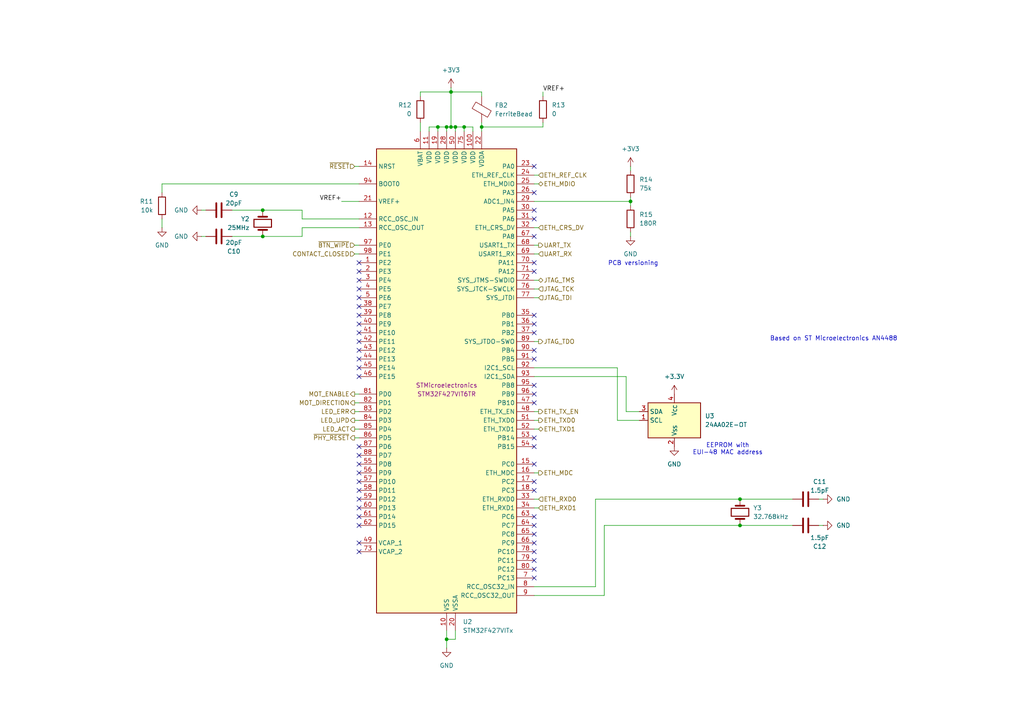
<source format=kicad_sch>
(kicad_sch (version 20250114) (generator "eeschema") (generator_version "9.0")
  (paper "A4")
  (title_block (title "iot-contact"))
  (lib_symbols
    (symbol "Device:C" (pin_numbers (hide yes)) (pin_names (offset 0.254))
      (property "Reference" "C" (at 0.635 2.54 0))
      (property "Value" "C" (at 0.635 -2.54 0))
      (symbol "C_0_1"
        (polyline (pts (xy -2.032 0.762) (xy 2.032 0.762)) (stroke (width 0.508)))
        (polyline (pts (xy -2.032 -0.762) (xy 2.032 -0.762)) (stroke (width 0.508)))
      )
      (symbol "C_1_1"
        (pin passive line (at 0 3.81 270) (length 2.794) (name "~") (number "1"))
        (pin passive line (at 0 -3.81 90) (length 2.794) (name "~") (number "2"))
      )
    )
    (symbol "Device:Crystal" (pin_numbers (hide yes)) (pin_names (offset 1.016) (hide yes))
      (property "Reference" "Y" (at 0 3.81 0))
      (property "Value" "Crystal" (at 0 -3.81 0))
      (symbol "Crystal_0_1"
        (polyline (pts (xy -2.54 0) (xy -1.905 0)))
        (polyline (pts (xy -1.905 -1.27) (xy -1.905 1.27)) (stroke (width 0.508)))
        (rectangle (start -1.143 2.54) (end 1.143 -2.54) (stroke (width 0.3048)))
        (polyline (pts (xy 1.905 -1.27) (xy 1.905 1.27)) (stroke (width 0.508)))
        (polyline (pts (xy 2.54 0) (xy 1.905 0)))
      )
      (symbol "Crystal_1_1"
        (pin passive line (at -3.81 0 0) (length 1.27) (name "1") (number "1"))
        (pin passive line (at 3.81 0 180) (length 1.27) (name "2") (number "2"))
      )
    )
    (symbol "Device:FerriteBead" (pin_numbers (hide yes)) (pin_names (offset 0))
      (property "Reference" "FB" (at -3.81 0.635 90))
      (property "Value" "FerriteBead" (at 3.81 0 90))
      (symbol "FerriteBead_0_1"
        (polyline (pts (xy -2.7686 0.4064) (xy -1.7018 2.2606) (xy 2.7686 -0.3048) (xy 1.6764 -2.159) (xy -2.7686 0.4064)))
        (polyline (pts (xy 0 1.27) (xy 0 1.2954)))
        (polyline (pts (xy 0 -1.27) (xy 0 -1.2192)))
      )
      (symbol "FerriteBead_1_1"
        (pin passive line (at 0 3.81 270) (length 2.54) (name "~") (number "1"))
        (pin passive line (at 0 -3.81 90) (length 2.54) (name "~") (number "2"))
      )
    )
    (symbol "Device:R" (pin_numbers (hide yes)) (pin_names (offset 0))
      (property "Reference" "R" (at 2.032 0 90))
      (property "Value" "R" (at 0 0 90))
      (symbol "R_0_1"
        (rectangle (start -1.016 -2.54) (end 1.016 2.54) (stroke (width 0.254)))
      )
      (symbol "R_1_1"
        (pin passive line (at 0 3.81 270) (length 1.27) (name "~") (number "1"))
        (pin passive line (at 0 -3.81 90) (length 1.27) (name "~") (number "2"))
      )
    )
    (symbol "MCU_ST_STM32F4:STM32F427VITx"
      (property "Reference" "U" (at -20.32 69.85 0))
      (property "Value" "STM32F427VITx" (at 12.7 69.85 0))
      (symbol "STM32F427VITx_0_1"
        (rectangle (start -20.32 -66.04) (end 20.32 68.58) (stroke (width 0.254)) (fill (type background)))
      )
      (symbol "STM32F427VITx_1_1"
        (pin input line (at -25.4 63.5 0) (length 5.08) (name "NRST") (number "14"))
        (pin input line (at -25.4 58.42 0) (length 5.08) (name "BOOT0") (number "94"))
        (pin input line (at -25.4 53.34 0) (length 5.08) (name "VREF+") (number "21"))
        (pin bidirectional line (at -25.4 48.26 0) (length 5.08) (name "PH0") (number "12") (alternate "RCC_OSC_IN" bidirectional line))
        (pin bidirectional line (at -25.4 45.72 0) (length 5.08) (name "PH1") (number "13") (alternate "RCC_OSC_OUT" bidirectional line))
        (pin bidirectional line (at -25.4 40.64 0) (length 5.08) (name "PE0") (number "97"))
        (pin bidirectional line (at -25.4 38.1 0) (length 5.08) (name "PE1") (number "98"))
        (pin bidirectional line (at -25.4 35.56 0) (length 5.08) (name "PE2") (number "1"))
        (pin bidirectional line (at -25.4 33.02 0) (length 5.08) (name "PE3") (number "2"))
        (pin bidirectional line (at -25.4 30.48 0) (length 5.08) (name "PE4") (number "3"))
        (pin bidirectional line (at -25.4 27.94 0) (length 5.08) (name "PE5") (number "4"))
        (pin bidirectional line (at -25.4 25.4 0) (length 5.08) (name "PE6") (number "5"))
        (pin bidirectional line (at -25.4 22.86 0) (length 5.08) (name "PE7") (number "38"))
        (pin bidirectional line (at -25.4 20.32 0) (length 5.08) (name "PE8") (number "39"))
        (pin bidirectional line (at -25.4 17.78 0) (length 5.08) (name "PE9") (number "40"))
        (pin bidirectional line (at -25.4 15.24 0) (length 5.08) (name "PE10") (number "41"))
        (pin bidirectional line (at -25.4 12.7 0) (length 5.08) (name "PE11") (number "42"))
        (pin bidirectional line (at -25.4 10.16 0) (length 5.08) (name "PE12") (number "43"))
        (pin bidirectional line (at -25.4 7.62 0) (length 5.08) (name "PE13") (number "44"))
        (pin bidirectional line (at -25.4 5.08 0) (length 5.08) (name "PE14") (number "45"))
        (pin bidirectional line (at -25.4 2.54 0) (length 5.08) (name "PE15") (number "46"))
        (pin bidirectional line (at -25.4 -2.54 0) (length 5.08) (name "PD0") (number "81"))
        (pin bidirectional line (at -25.4 -5.08 0) (length 5.08) (name "PD1") (number "82"))
        (pin bidirectional line (at -25.4 -7.62 0) (length 5.08) (name "PD2") (number "83"))
        (pin bidirectional line (at -25.4 -10.16 0) (length 5.08) (name "PD3") (number "84"))
        (pin bidirectional line (at -25.4 -12.7 0) (length 5.08) (name "PD4") (number "85"))
        (pin bidirectional line (at -25.4 -15.24 0) (length 5.08) (name "PD5") (number "86"))
        (pin bidirectional line (at -25.4 -17.78 0) (length 5.08) (name "PD6") (number "87"))
        (pin bidirectional line (at -25.4 -20.32 0) (length 5.08) (name "PD7") (number "88"))
        (pin bidirectional line (at -25.4 -22.86 0) (length 5.08) (name "PD8") (number "55"))
        (pin bidirectional line (at -25.4 -25.4 0) (length 5.08) (name "PD9") (number "56"))
        (pin bidirectional line (at -25.4 -27.94 0) (length 5.08) (name "PD10") (number "57"))
        (pin bidirectional line (at -25.4 -30.48 0) (length 5.08) (name "PD11") (number "58"))
        (pin bidirectional line (at -25.4 -33.02 0) (length 5.08) (name "PD12") (number "59"))
        (pin bidirectional line (at -25.4 -35.56 0) (length 5.08) (name "PD13") (number "60"))
        (pin bidirectional line (at -25.4 -38.1 0) (length 5.08) (name "PD14") (number "61"))
        (pin bidirectional line (at -25.4 -40.64 0) (length 5.08) (name "PD15") (number "62"))
        (pin power_out line (at -25.4 -45.72 0) (length 5.08) (name "VCAP_1") (number "49"))
        (pin power_out line (at -25.4 -48.26 0) (length 5.08) (name "VCAP_2") (number "73"))
        (pin power_in line (at -7.62 73.66 270) (length 5.08) (name "VBAT") (number "6"))
        (pin power_in line (at -5.08 73.66 270) (length 5.08) (name "VDD") (number "11"))
        (pin power_in line (at -2.54 73.66 270) (length 5.08) (name "VDD") (number "19"))
        (pin power_in line (at 0 73.66 270) (length 5.08) (name "VDD") (number "28"))
        (pin power_in line (at 0 -71.12 90) (length 5.08) (name "VSS") (number "10"))
        (pin passive line (at 0 -71.12 90) (length 5.08) (hide yes) (name "VSS") (number "27"))
        (pin passive line (at 0 -71.12 90) (length 5.08) (hide yes) (name "VSS") (number "74"))
        (pin passive line (at 0 -71.12 90) (length 5.08) (hide yes) (name "VSS") (number "99"))
        (pin power_in line (at 2.54 73.66 270) (length 5.08) (name "VDD") (number "50"))
        (pin power_in line (at 2.54 -71.12 90) (length 5.08) (name "VSSA") (number "20"))
        (pin power_in line (at 5.08 73.66 270) (length 5.08) (name "VDD") (number "75"))
        (pin power_in line (at 7.62 73.66 270) (length 5.08) (name "VDD") (number "100"))
        (pin power_in line (at 10.16 73.66 270) (length 5.08) (name "VDDA") (number "22"))
        (pin bidirectional line (at 25.4 63.5 180) (length 5.08) (name "PA0") (number "23"))
        (pin bidirectional line (at 25.4 60.96 180) (length 5.08) (name "PA1") (number "24") (alternate "ETH_REF_CLK" bidirectional line))
        (pin bidirectional line (at 25.4 58.42 180) (length 5.08) (name "PA2") (number "25") (alternate "ETH_MDIO" bidirectional line))
        (pin bidirectional line (at 25.4 55.88 180) (length 5.08) (name "PA3") (number "26"))
        (pin bidirectional line (at 25.4 53.34 180) (length 5.08) (name "PA4") (number "29") (alternate "ADC1_IN4" bidirectional line))
        (pin bidirectional line (at 25.4 50.8 180) (length 5.08) (name "PA5") (number "30"))
        (pin bidirectional line (at 25.4 48.26 180) (length 5.08) (name "PA6") (number "31"))
        (pin bidirectional line (at 25.4 45.72 180) (length 5.08) (name "PA7") (number "32") (alternate "ETH_CRS_DV" bidirectional line))
        (pin bidirectional line (at 25.4 43.18 180) (length 5.08) (name "PA8") (number "67"))
        (pin bidirectional line (at 25.4 40.64 180) (length 5.08) (name "PA9") (number "68") (alternate "USART1_TX" bidirectional line))
        (pin bidirectional line (at 25.4 38.1 180) (length 5.08) (name "PA10") (number "69") (alternate "USART1_RX" bidirectional line))
        (pin bidirectional line (at 25.4 35.56 180) (length 5.08) (name "PA11") (number "70"))
        (pin bidirectional line (at 25.4 33.02 180) (length 5.08) (name "PA12") (number "71"))
        (pin bidirectional line (at 25.4 30.48 180) (length 5.08) (name "PA13") (number "72") (alternate "SYS_JTMS-SWDIO" bidirectional line))
        (pin bidirectional line (at 25.4 27.94 180) (length 5.08) (name "PA14") (number "76") (alternate "SYS_JTCK-SWCLK" bidirectional line))
        (pin bidirectional line (at 25.4 25.4 180) (length 5.08) (name "PA15") (number "77") (alternate "SYS_JTDI" bidirectional line))
        (pin bidirectional line (at 25.4 20.32 180) (length 5.08) (name "PB0") (number "35"))
        (pin bidirectional line (at 25.4 17.78 180) (length 5.08) (name "PB1") (number "36"))
        (pin bidirectional line (at 25.4 15.24 180) (length 5.08) (name "PB2") (number "37"))
        (pin bidirectional line (at 25.4 12.7 180) (length 5.08) (name "PB3") (number "89") (alternate "SYS_JTDO-SWO" bidirectional line))
        (pin bidirectional line (at 25.4 10.16 180) (length 5.08) (name "PB4") (number "90"))
        (pin bidirectional line (at 25.4 7.62 180) (length 5.08) (name "PB5") (number "91"))
        (pin bidirectional line (at 25.4 5.08 180) (length 5.08) (name "PB6") (number "92") (alternate "I2C1_SCL" bidirectional line) (alternate "USART1_TX" bidirectional line))
        (pin bidirectional line (at 25.4 2.54 180) (length 5.08) (name "PB7") (number "93") (alternate "I2C1_SDA" bidirectional line) (alternate "USART1_RX" bidirectional line))
        (pin bidirectional line (at 25.4 0 180) (length 5.08) (name "PB8") (number "95") (alternate "I2C1_SCL" bidirectional line))
        (pin bidirectional line (at 25.4 -2.54 180) (length 5.08) (name "PB9") (number "96") (alternate "I2C1_SDA" bidirectional line))
        (pin bidirectional line (at 25.4 -5.08 180) (length 5.08) (name "PB10") (number "47"))
        (pin bidirectional line (at 25.4 -7.62 180) (length 5.08) (name "PB11") (number "48") (alternate "ETH_TX_EN" bidirectional line))
        (pin bidirectional line (at 25.4 -10.16 180) (length 5.08) (name "PB12") (number "51") (alternate "ETH_TXD0" bidirectional line))
        (pin bidirectional line (at 25.4 -12.7 180) (length 5.08) (name "PB13") (number "52") (alternate "ETH_TXD1" bidirectional line))
        (pin bidirectional line (at 25.4 -15.24 180) (length 5.08) (name "PB14") (number "53"))
        (pin bidirectional line (at 25.4 -17.78 180) (length 5.08) (name "PB15") (number "54"))
        (pin bidirectional line (at 25.4 -22.86 180) (length 5.08) (name "PC0") (number "15"))
        (pin bidirectional line (at 25.4 -25.4 180) (length 5.08) (name "PC1") (number "16") (alternate "ETH_MDC" bidirectional line))
        (pin bidirectional line (at 25.4 -27.94 180) (length 5.08) (name "PC2") (number "17"))
        (pin bidirectional line (at 25.4 -30.48 180) (length 5.08) (name "PC3") (number "18"))
        (pin bidirectional line (at 25.4 -33.02 180) (length 5.08) (name "PC4") (number "33") (alternate "ETH_RXD0" bidirectional line))
        (pin bidirectional line (at 25.4 -35.56 180) (length 5.08) (name "PC5") (number "34") (alternate "ETH_RXD1" bidirectional line))
        (pin bidirectional line (at 25.4 -38.1 180) (length 5.08) (name "PC6") (number "63"))
        (pin bidirectional line (at 25.4 -40.64 180) (length 5.08) (name "PC7") (number "64"))
        (pin bidirectional line (at 25.4 -43.18 180) (length 5.08) (name "PC8") (number "65"))
        (pin bidirectional line (at 25.4 -45.72 180) (length 5.08) (name "PC9") (number "66"))
        (pin bidirectional line (at 25.4 -48.26 180) (length 5.08) (name "PC10") (number "78"))
        (pin bidirectional line (at 25.4 -50.8 180) (length 5.08) (name "PC11") (number "79"))
        (pin bidirectional line (at 25.4 -53.34 180) (length 5.08) (name "PC12") (number "80"))
        (pin bidirectional line (at 25.4 -55.88 180) (length 5.08) (name "PC13") (number "7"))
        (pin bidirectional line (at 25.4 -58.42 180) (length 5.08) (name "PC14") (number "8") (alternate "RCC_OSC32_IN" bidirectional line))
        (pin bidirectional line (at 25.4 -60.96 180) (length 5.08) (name "PC15") (number "9") (alternate "RCC_OSC32_OUT" bidirectional line))
      )
    )
    (symbol "Memory_EEPROM:24AA02E-OT"
      (property "Reference" "U" (at -7.62 6.35 0))
      (property "Value" "24AA02E-OT" (at 2.54 -6.35 0))
      (symbol "24AA02E-OT_1_1"
        (rectangle (start -7.62 5.08) (end 7.62 -5.08) (stroke (width 0.254)) (fill (type background)))
        (pin no_connect line (at -10.16 0 0) (length 2.54) (hide yes) (name "NC") (number "5"))
        (pin power_in line (at 0 7.62 270) (length 2.54) (name "V_{CC}") (number "4"))
        (pin power_in line (at 0 -7.62 90) (length 2.54) (name "V_{SS}") (number "2"))
        (pin bidirectional line (at 10.16 2.54 180) (length 2.54) (name "SDA") (number "3"))
        (pin input line (at 10.16 0 180) (length 2.54) (name "SCL") (number "1"))
      )
    )
    (symbol "power:+3.3V" (power) (pin_numbers (hide yes)) (pin_names (offset 0) (hide yes))
      (property "Value" "+3.3V" (at 0 3.556 0))
      (symbol "+3.3V_0_1"
        (polyline (pts (xy -0.762 1.27) (xy 0 2.54)))
        (polyline (pts (xy 0 2.54) (xy 0.762 1.27)))
        (polyline (pts (xy 0 0) (xy 0 2.54)))
      )
      (symbol "+3.3V_1_1"
        (pin power_in line (at 0 0 90) (length 0) (name "~") (number "1"))
      )
    )
    (symbol "power:+3V3" (power) (pin_numbers (hide yes)) (pin_names (offset 0) (hide yes))
      (property "Value" "+3V3" (at 0 3.556 0))
      (symbol "+3V3_0_1"
        (polyline (pts (xy -0.762 1.27) (xy 0 2.54)))
        (polyline (pts (xy 0 2.54) (xy 0.762 1.27)))
        (polyline (pts (xy 0 0) (xy 0 2.54)))
      )
      (symbol "+3V3_1_1"
        (pin power_in line (at 0 0 90) (length 0) (name "~") (number "1"))
      )
    )
    (symbol "power:GND" (power) (pin_numbers (hide yes)) (pin_names (offset 0) (hide yes))
      (property "Value" "GND" (at 0 -3.81 0))
      (symbol "GND_0_1"
        (polyline (pts (xy 0 0) (xy 0 -1.27) (xy 1.27 -1.27) (xy 0 -2.54) (xy -1.27 -1.27) (xy 0 -1.27)))
      )
      (symbol "GND_1_1"
        (pin power_in line (at 0 0 270) (length 0) (name "~") (number "1"))
      )
    )
  )
  (text "PCB versioning" (at 183.642 76.454 0) (effects (font (size 1.27 1.27))))
  (text "EEPROM with\nEUI-48 MAC address" (at 211.074 130.302 0) (effects (font (size 1.27 1.27))))
  (text "Based on ST Microelectronics AN4488" (at 241.808 98.298 0) (effects (font (size 1.27 1.27))))
  (junction (at 130.81 26.67))
  (junction (at 129.54 185.42))
  (junction (at 132.08 36.83))
  (junction (at 76.2 68.58))
  (junction (at 214.63 144.78))
  (junction (at 139.7 36.83))
  (junction (at 214.63 152.4))
  (junction (at 129.54 36.83))
  (junction (at 130.81 36.83))
  (junction (at 182.88 58.42))
  (junction (at 127 36.83))
  (junction (at 134.62 36.83))
  (junction (at 76.2 60.96))
  (no_connect (at 154.94 149.86))
  (no_connect (at 104.14 88.9))
  (no_connect (at 104.14 152.4))
  (no_connect (at 154.94 114.3))
  (no_connect (at 154.94 142.24))
  (no_connect (at 104.14 160.02))
  (no_connect (at 154.94 167.64))
  (no_connect (at 104.14 149.86))
  (no_connect (at 104.14 132.08))
  (no_connect (at 104.14 142.24))
  (no_connect (at 154.94 139.7))
  (no_connect (at 154.94 127))
  (no_connect (at 104.14 101.6))
  (no_connect (at 154.94 76.2))
  (no_connect (at 154.94 96.52))
  (no_connect (at 104.14 91.44))
  (no_connect (at 154.94 129.54))
  (no_connect (at 104.14 144.78))
  (no_connect (at 154.94 55.88))
  (no_connect (at 104.14 137.16))
  (no_connect (at 104.14 81.28))
  (no_connect (at 104.14 139.7))
  (no_connect (at 104.14 109.22))
  (no_connect (at 154.94 78.74))
  (no_connect (at 154.94 91.44))
  (no_connect (at 104.14 134.62))
  (no_connect (at 154.94 134.62))
  (no_connect (at 104.14 76.2))
  (no_connect (at 104.14 157.48))
  (no_connect (at 154.94 162.56))
  (no_connect (at 104.14 93.98))
  (no_connect (at 154.94 157.48))
  (no_connect (at 154.94 93.98))
  (no_connect (at 154.94 60.96))
  (no_connect (at 154.94 104.14))
  (no_connect (at 154.94 101.6))
  (no_connect (at 104.14 147.32))
  (no_connect (at 154.94 63.5))
  (no_connect (at 104.14 86.36))
  (no_connect (at 104.14 83.82))
  (no_connect (at 104.14 104.14))
  (no_connect (at 154.94 160.02))
  (no_connect (at 154.94 68.58))
  (no_connect (at 154.94 154.94))
  (no_connect (at 154.94 48.26))
  (no_connect (at 154.94 111.76))
  (no_connect (at 154.94 165.1))
  (no_connect (at 104.14 129.54))
  (no_connect (at 104.14 78.74))
  (no_connect (at 104.14 106.68))
  (no_connect (at 104.14 96.52))
  (no_connect (at 154.94 152.4))
  (no_connect (at 154.94 116.84))
  (no_connect (at 104.14 99.06))
  (wire (pts (xy 134.62 38.1) (xy 134.62 36.83)))
  (wire (pts (xy 154.94 50.8) (xy 156.21 50.8)))
  (wire (pts (xy 46.99 63.5) (xy 46.99 66.04)))
  (wire (pts (xy 154.94 119.38) (xy 156.21 119.38)))
  (wire (pts (xy 127 36.83) (xy 127 38.1)))
  (wire (pts (xy 102.87 127) (xy 104.14 127)))
  (wire (pts (xy 137.16 36.83) (xy 134.62 36.83)))
  (wire (pts (xy 132.08 182.88) (xy 132.08 185.42)))
  (wire (pts (xy 175.26 152.4) (xy 175.26 172.72)))
  (wire (pts (xy 175.26 172.72) (xy 154.94 172.72)))
  (wire (pts (xy 157.48 36.83) (xy 139.7 36.83)))
  (wire (pts (xy 172.72 170.18) (xy 172.72 144.78)))
  (wire (pts (xy 58.42 68.58) (xy 59.69 68.58)))
  (wire (pts (xy 137.16 38.1) (xy 137.16 36.83)))
  (wire (pts (xy 181.61 109.22) (xy 181.61 119.38)))
  (wire (pts (xy 182.88 57.15) (xy 182.88 58.42)))
  (wire (pts (xy 154.94 99.06) (xy 156.21 99.06)))
  (wire (pts (xy 182.88 67.31) (xy 182.88 68.58)))
  (wire (pts (xy 154.94 58.42) (xy 182.88 58.42)))
  (wire (pts (xy 87.63 68.58) (xy 76.2 68.58)))
  (wire (pts (xy 237.49 152.4) (xy 238.76 152.4)))
  (wire (pts (xy 99.06 58.42) (xy 104.14 58.42)))
  (wire (pts (xy 154.94 73.66) (xy 156.21 73.66)))
  (wire (pts (xy 87.63 66.04) (xy 87.63 68.58)))
  (wire (pts (xy 139.7 36.83) (xy 139.7 38.1)))
  (wire (pts (xy 154.94 137.16) (xy 156.21 137.16)))
  (wire (pts (xy 214.63 144.78) (xy 229.87 144.78)))
  (wire (pts (xy 130.81 26.67) (xy 130.81 25.4)))
  (wire (pts (xy 129.54 38.1) (xy 129.54 36.83)))
  (wire (pts (xy 102.87 48.26) (xy 104.14 48.26)))
  (wire (pts (xy 154.94 106.68) (xy 179.07 106.68)))
  (wire (pts (xy 154.94 124.46) (xy 156.21 124.46)))
  (wire (pts (xy 124.46 36.83) (xy 124.46 38.1)))
  (wire (pts (xy 179.07 106.68) (xy 179.07 121.92)))
  (wire (pts (xy 67.31 68.58) (xy 76.2 68.58)))
  (wire (pts (xy 58.42 60.96) (xy 59.69 60.96)))
  (wire (pts (xy 104.14 66.04) (xy 87.63 66.04)))
  (wire (pts (xy 139.7 27.94) (xy 139.7 26.67)))
  (wire (pts (xy 102.87 73.66) (xy 104.14 73.66)))
  (wire (pts (xy 157.48 26.67) (xy 157.48 27.94)))
  (wire (pts (xy 129.54 36.83) (xy 130.81 36.83)))
  (wire (pts (xy 154.94 109.22) (xy 181.61 109.22)))
  (wire (pts (xy 130.81 36.83) (xy 132.08 36.83)))
  (wire (pts (xy 139.7 35.56) (xy 139.7 36.83)))
  (wire (pts (xy 132.08 36.83) (xy 132.08 38.1)))
  (wire (pts (xy 182.88 48.26) (xy 182.88 49.53)))
  (wire (pts (xy 154.94 170.18) (xy 172.72 170.18)))
  (wire (pts (xy 157.48 35.56) (xy 157.48 36.83)))
  (wire (pts (xy 154.94 86.36) (xy 156.21 86.36)))
  (wire (pts (xy 127 36.83) (xy 124.46 36.83)))
  (wire (pts (xy 102.87 121.92) (xy 104.14 121.92)))
  (wire (pts (xy 154.94 81.28) (xy 156.21 81.28)))
  (wire (pts (xy 67.31 60.96) (xy 76.2 60.96)))
  (wire (pts (xy 102.87 124.46) (xy 104.14 124.46)))
  (wire (pts (xy 134.62 36.83) (xy 132.08 36.83)))
  (wire (pts (xy 154.94 144.78) (xy 156.21 144.78)))
  (wire (pts (xy 237.49 144.78) (xy 238.76 144.78)))
  (wire (pts (xy 102.87 114.3) (xy 104.14 114.3)))
  (wire (pts (xy 121.92 27.94) (xy 121.92 26.67)))
  (wire (pts (xy 139.7 26.67) (xy 130.81 26.67)))
  (wire (pts (xy 46.99 55.88) (xy 46.99 53.34)))
  (wire (pts (xy 182.88 58.42) (xy 182.88 59.69)))
  (wire (pts (xy 121.92 26.67) (xy 130.81 26.67)))
  (wire (pts (xy 104.14 63.5) (xy 87.63 63.5)))
  (wire (pts (xy 154.94 147.32) (xy 156.21 147.32)))
  (wire (pts (xy 172.72 144.78) (xy 214.63 144.78)))
  (wire (pts (xy 46.99 53.34) (xy 104.14 53.34)))
  (wire (pts (xy 129.54 185.42) (xy 129.54 187.96)))
  (wire (pts (xy 129.54 182.88) (xy 129.54 185.42)))
  (wire (pts (xy 87.63 63.5) (xy 87.63 60.96)))
  (wire (pts (xy 214.63 152.4) (xy 229.87 152.4)))
  (wire (pts (xy 154.94 66.04) (xy 156.21 66.04)))
  (wire (pts (xy 179.07 121.92) (xy 185.42 121.92)))
  (wire (pts (xy 130.81 36.83) (xy 130.81 26.67)))
  (wire (pts (xy 154.94 83.82) (xy 156.21 83.82)))
  (wire (pts (xy 181.61 119.38) (xy 185.42 119.38)))
  (wire (pts (xy 102.87 71.12) (xy 104.14 71.12)))
  (wire (pts (xy 154.94 121.92) (xy 156.21 121.92)))
  (wire (pts (xy 154.94 71.12) (xy 156.21 71.12)))
  (wire (pts (xy 121.92 35.56) (xy 121.92 38.1)))
  (wire (pts (xy 154.94 53.34) (xy 156.21 53.34)))
  (wire (pts (xy 87.63 60.96) (xy 76.2 60.96)))
  (wire (pts (xy 129.54 36.83) (xy 127 36.83)))
  (wire (pts (xy 214.63 152.4) (xy 175.26 152.4)))
  (wire (pts (xy 102.87 116.84) (xy 104.14 116.84)))
  (wire (pts (xy 132.08 185.42) (xy 129.54 185.42)))
  (wire (pts (xy 102.87 119.38) (xy 104.14 119.38)))
  (label "VREF+" (at 157.48 26.67 0))
  (label "VREF+" (at 99.06 58.42 180))
  (hierarchical_label "~{RESET}" (shape input) (at 102.87 48.26 180))
  (hierarchical_label "ETH_REF_CLK" (shape input) (at 156.21 50.8 0))
  (hierarchical_label "MOT_ENABLE" (shape output) (at 102.87 114.3 180))
  (hierarchical_label "UART_TX" (shape output) (at 156.21 71.12 0))
  (hierarchical_label "ETH_TXD1" (shape bidirectional) (at 156.21 124.46 0))
  (hierarchical_label "LED_UPD" (shape output) (at 102.87 121.92 180))
  (hierarchical_label "JTAG_TMS" (shape bidirectional) (at 156.21 81.28 0))
  (hierarchical_label "~{BTN_WIPE}" (shape input) (at 102.87 71.12 180))
  (hierarchical_label "JTAG_TDI" (shape input) (at 156.21 86.36 0))
  (hierarchical_label "LED_ACT" (shape output) (at 102.87 124.46 180))
  (hierarchical_label "MOT_DIRECTION" (shape output) (at 102.87 116.84 180))
  (hierarchical_label "ETH_RXD1" (shape input) (at 156.21 147.32 0))
  (hierarchical_label "JTAG_TCK" (shape input) (at 156.21 83.82 0))
  (hierarchical_label "ETH_CRS_DV" (shape input) (at 156.21 66.04 0))
  (hierarchical_label "ETH_TXD0" (shape output) (at 156.21 121.92 0))
  (hierarchical_label "ETH_TX_EN" (shape output) (at 156.21 119.38 0))
  (hierarchical_label "ETH_RXD0" (shape input) (at 156.21 144.78 0))
  (hierarchical_label "JTAG_TDO" (shape output) (at 156.21 99.06 0))
  (hierarchical_label "ETH_MDIO" (shape bidirectional) (at 156.21 53.34 0))
  (hierarchical_label "LED_ERR" (shape output) (at 102.87 119.38 180))
  (hierarchical_label "~{PHY_RESET}" (shape output) (at 102.87 127 180))
  (hierarchical_label "UART_RX" (shape input) (at 156.21 73.66 0))
  (hierarchical_label "ETH_MDC" (shape output) (at 156.21 137.16 0))
  (hierarchical_label "CONTACT_CLOSED" (shape input) (at 102.87 73.66 180))
  (symbol (lib_id "Memory_EEPROM:24AA02E-OT") (at 195.58 121.92 0) (mirror y) (unit 1)
    (property "Reference" "U3" (at 204.47 120.6499 0) (effects (justify right)))
    (property "Value" "24AA02E-OT" (at 204.47 123.1899 0) (effects (justify right)))
    (property "Footprint" "Package_TO_SOT_SMD:SOT-23-5" (effects (hide yes)))
    (property "Datasheet" "https://ww1.microchip.com/downloads/aemDocuments/documents/MPD/ProductDocuments/DataSheets/2-Kbit-I2C-Serial-EEPROMs-+EUI-48-or-EUI-64-Node-20002124.pdf" (effects (hide yes)))
    (property "Description" "I2C Serial EEPROM with EUI-48 or EUI-64, 2Kb, SOT-23-5" (effects (hide yes)))
  )
  (symbol (lib_id "Device:C") (at 63.5 60.96 90) (unit 1)
    (property "Reference" "C9" (at 67.818 56.388 90))
    (property "Value" "20pF" (at 67.818 58.928 90))
    (property "Description" "Unpolarized capacitor" (effects (hide yes)))
  )
  (symbol (lib_id "power:GND") (at 195.58 129.54 0) (mirror y) (unit 1)
    (property "Reference" "#PWR030" (effects (hide yes)))
    (property "Value" "GND" (at 195.58 134.62 0))
    (property "Description" "Power symbol creates a global label with name \"GND\" , ground" (effects (hide yes)))
  )
  (symbol (lib_id "Device:R") (at 182.88 63.5 0) (unit 1)
    (property "Reference" "R15" (at 185.42 62.2299 0) (effects (justify left)))
    (property "Value" "180R" (at 185.42 64.7699 0) (effects (justify left)))
    (property "Description" "Resistor" (effects (hide yes)))
  )
  (symbol (lib_id "Device:R") (at 46.99 59.69 0) (mirror y) (unit 1)
    (property "Reference" "R11" (at 44.45 58.4199 0) (effects (justify left)))
    (property "Value" "10k" (at 44.45 60.9599 0) (effects (justify left)))
    (property "Description" "Resistor" (effects (hide yes)))
  )
  (symbol (lib_id "power:GND") (at 58.42 68.58 270) (unit 1)
    (property "Reference" "#PWR024" (effects (hide yes)))
    (property "Value" "GND" (at 54.61 68.5799 90) (effects (justify right)))
    (property "Description" "Power symbol creates a global label with name \"GND\" , ground" (effects (hide yes)))
  )
  (symbol (lib_id "Device:R") (at 182.88 53.34 0) (unit 1)
    (property "Reference" "R14" (at 185.42 52.0699 0) (effects (justify left)))
    (property "Value" "75k" (at 185.42 54.6099 0) (effects (justify left)))
    (property "Description" "Resistor" (effects (hide yes)))
  )
  (symbol (lib_id "power:+3V3") (at 130.81 25.4 0) (unit 1)
    (property "Reference" "#PWR026" (effects (hide yes)))
    (property "Value" "+3V3" (at 130.81 20.32 0))
    (property "Description" "Power symbol creates a global label with name \"+3V3\"" (effects (hide yes)))
  )
  (symbol (lib_id "MCU_ST_STM32F4:STM32F427VITx") (at 129.54 111.76 0) (unit 1)
    (property "Reference" "U2" (at 134.2233 180.34 0) (effects (justify left)))
    (property "Value" "STM32F427VITx" (at 134.2233 182.88 0) (effects (justify left)))
    (property "Footprint" "Package_QFP:LQFP-100_14x14mm_P0.5mm" (effects (hide yes)))
    (property "Datasheet" "https://www.st.com/resource/en/datasheet/stm32f427vi.pdf" (effects (hide yes)))
    (property "Description" "STMicroelectronics Arm Cortex-M4 MCU, 2048KB flash, 256KB RAM, 180 MHz, 1.8-3.6V, 82 GPIO, LQFP100" (effects (hide yes)))
    (property "MPN" "STM32F427VIT6TR" (at 129.54 114.3 0))
    (property "Manufacturer" "STMicroelectronics" (at 129.54 111.76 0))
    (pin "92" (alternate "I2C1_SCL"))
    (pin "48" (alternate "ETH_TX_EN"))
    (pin "9" (alternate "RCC_OSC32_OUT"))
    (pin "8" (alternate "RCC_OSC32_IN"))
    (pin "76" (alternate "SYS_JTCK-SWCLK"))
    (pin "32" (alternate "ETH_CRS_DV"))
    (pin "77" (alternate "SYS_JTDI"))
    (pin "68" (alternate "USART1_TX"))
    (pin "72" (alternate "SYS_JTMS-SWDIO"))
    (pin "69" (alternate "USART1_RX"))
    (pin "33" (alternate "ETH_RXD0"))
    (pin "12" (alternate "RCC_OSC_IN"))
    (pin "13" (alternate "RCC_OSC_OUT"))
    (pin "52" (alternate "ETH_TXD1"))
    (pin "51" (alternate "ETH_TXD0"))
    (pin "89" (alternate "SYS_JTDO-SWO"))
    (pin "25" (alternate "ETH_MDIO"))
    (pin "24" (alternate "ETH_REF_CLK"))
    (pin "34" (alternate "ETH_RXD1"))
    (pin "93" (alternate "I2C1_SDA"))
    (pin "29" (alternate "ADC1_IN4"))
    (pin "16" (alternate "ETH_MDC"))
  )
  (symbol (lib_id "Device:C") (at 233.68 144.78 90) (unit 1)
    (property "Reference" "C11" (at 237.744 139.7 90))
    (property "Value" "1.5pF" (at 237.744 142.24 90))
    (property "Description" "Unpolarized capacitor" (effects (hide yes)))
  )
  (symbol (lib_id "power:GND") (at 58.42 60.96 270) (unit 1)
    (property "Reference" "#PWR023" (effects (hide yes)))
    (property "Value" "GND" (at 54.61 60.9599 90) (effects (justify right)))
    (property "Description" "Power symbol creates a global label with name \"GND\" , ground" (effects (hide yes)))
  )
  (symbol (lib_id "Device:Crystal") (at 214.63 148.59 90) (unit 1)
    (property "Reference" "Y3" (at 218.44 147.3199 90) (effects (justify right)))
    (property "Value" "32.768kHz" (at 218.44 149.8599 90) (effects (justify right)))
    (property "Description" "Two pin crystal" (effects (hide yes)))
  )
  (symbol (lib_id "power:GND") (at 46.99 66.04 0) (unit 1)
    (property "Reference" "#PWR022" (effects (hide yes)))
    (property "Value" "GND" (at 46.99 71.12 0))
    (property "Description" "Power symbol creates a global label with name \"GND\" , ground" (effects (hide yes)))
  )
  (symbol (lib_id "Device:R") (at 121.92 31.75 0) (mirror y) (unit 1)
    (property "Reference" "R12" (at 119.38 30.4799 0) (effects (justify left)))
    (property "Value" "0" (at 119.38 33.0199 0) (effects (justify left)))
    (property "Description" "Resistor" (effects (hide yes)))
  )
  (symbol (lib_id "power:+3V3") (at 182.88 48.26 0) (unit 1)
    (property "Reference" "#PWR027" (effects (hide yes)))
    (property "Value" "+3V3" (at 182.88 43.18 0))
    (property "Description" "Power symbol creates a global label with name \"+3V3\"" (effects (hide yes)))
  )
  (symbol (lib_id "Device:C") (at 233.68 152.4 90) (mirror x) (unit 1)
    (property "Reference" "C12" (at 237.744 158.496 90))
    (property "Value" "1.5pF" (at 237.744 155.956 90))
    (property "Description" "Unpolarized capacitor" (effects (hide yes)))
  )
  (symbol (lib_id "Device:C") (at 63.5 68.58 90) (mirror x) (unit 1)
    (property "Reference" "C10" (at 67.818 72.898 90))
    (property "Value" "20pF" (at 67.818 70.358 90))
    (property "Description" "Unpolarized capacitor" (effects (hide yes)))
  )
  (symbol (lib_id "Device:FerriteBead") (at 139.7 31.75 180) (unit 1)
    (property "Reference" "FB2" (at 143.51 30.5307 0) (effects (justify right)))
    (property "Value" "FerriteBead" (at 143.51 33.0707 0) (effects (justify right)))
    (property "Description" "Ferrite bead" (effects (hide yes)))
  )
  (symbol (lib_id "Device:Crystal") (at 76.2 64.77 270) (mirror x) (unit 1)
    (property "Reference" "Y2" (at 72.39 63.4999 90) (effects (justify right)))
    (property "Value" "25MHz" (at 72.39 66.0399 90) (effects (justify right)))
    (property "Description" "Two pin crystal" (effects (hide yes)))
  )
  (symbol (lib_id "power:GND") (at 182.88 68.58 0) (unit 1)
    (property "Reference" "#PWR028" (effects (hide yes)))
    (property "Value" "GND" (at 182.88 73.66 0))
    (property "Description" "Power symbol creates a global label with name \"GND\" , ground" (effects (hide yes)))
  )
  (symbol (lib_id "power:GND") (at 238.76 152.4 90) (unit 1)
    (property "Reference" "#PWR032" (effects (hide yes)))
    (property "Value" "GND" (at 242.57 152.3999 90) (effects (justify right)))
    (property "Description" "Power symbol creates a global label with name \"GND\" , ground" (effects (hide yes)))
  )
  (symbol (lib_id "power:GND") (at 129.54 187.96 0) (unit 1)
    (property "Reference" "#PWR025" (effects (hide yes)))
    (property "Value" "GND" (at 129.54 193.04 0))
    (property "Description" "Power symbol creates a global label with name \"GND\" , ground" (effects (hide yes)))
  )
  (symbol (lib_id "power:GND") (at 238.76 144.78 90) (unit 1)
    (property "Reference" "#PWR031" (effects (hide yes)))
    (property "Value" "GND" (at 242.57 144.7799 90) (effects (justify right)))
    (property "Description" "Power symbol creates a global label with name \"GND\" , ground" (effects (hide yes)))
  )
  (symbol (lib_id "Device:R") (at 157.48 31.75 0) (unit 1)
    (property "Reference" "R13" (at 160.02 30.4799 0) (effects (justify left)))
    (property "Value" "0" (at 160.02 33.0199 0) (effects (justify left)))
    (property "Description" "Resistor" (effects (hide yes)))
  )
  (symbol (lib_id "power:+3.3V") (at 195.58 114.3 0) (mirror y) (unit 1)
    (property "Reference" "#PWR029" (effects (hide yes)))
    (property "Value" "+3.3V" (at 195.58 109.22 0))
    (property "Description" "Power symbol creates a global label with name \"+3.3V\"" (effects (hide yes)))
  )
)
</source>
